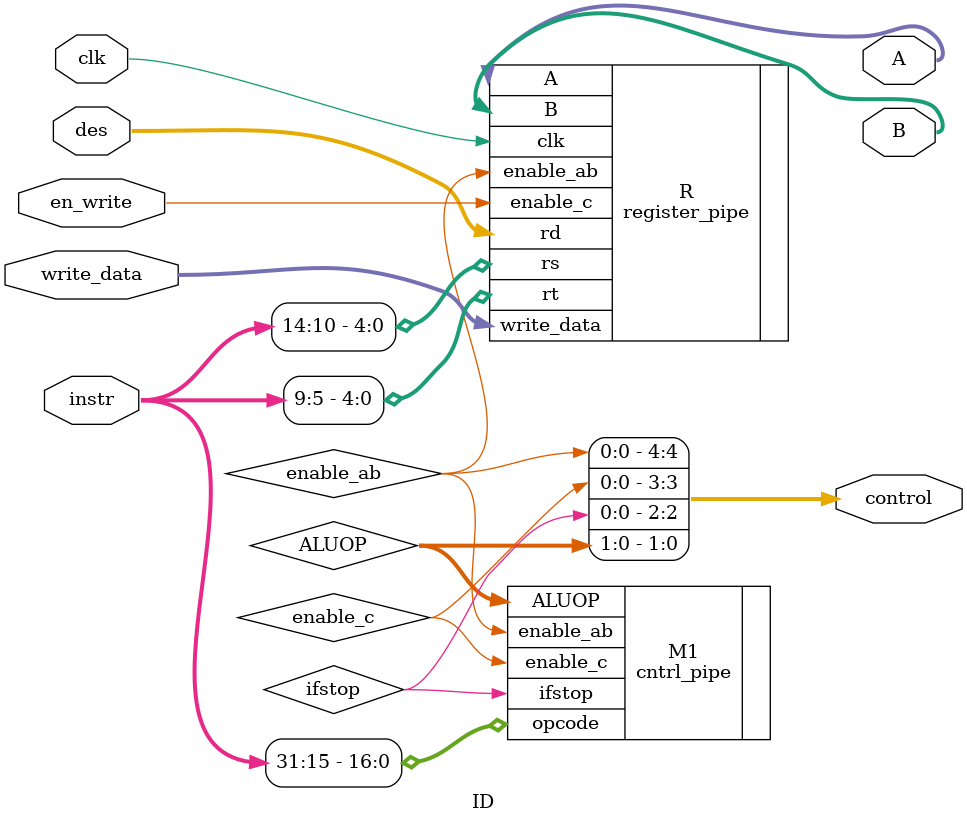
<source format=v>
`timescale 1ns / 1ps


module ID(instr, A,B,control, en_write, write_data, des,clk);
input [31:0] instr;
input clk;
input en_write;
input [31:0] write_data;
input [4:0] des;
output [31:0] A,B;
output [4:0] control;
wire[1:0] ALUOP;

cntrl_pipe M1 (.opcode(instr[31:15]), .enable_ab(enable_ab), .enable_c(enable_c), .ifstop(ifstop), .ALUOP(ALUOP));
assign control = {enable_ab, enable_c, ifstop, ALUOP};
register_pipe R (.clk(clk), .rs(instr[14:10]), .rt(instr[9:5]), .rd(des), .A(A), .B(B), .enable_ab(enable_ab), .enable_c(en_write), .write_data(write_data));

endmodule

</source>
